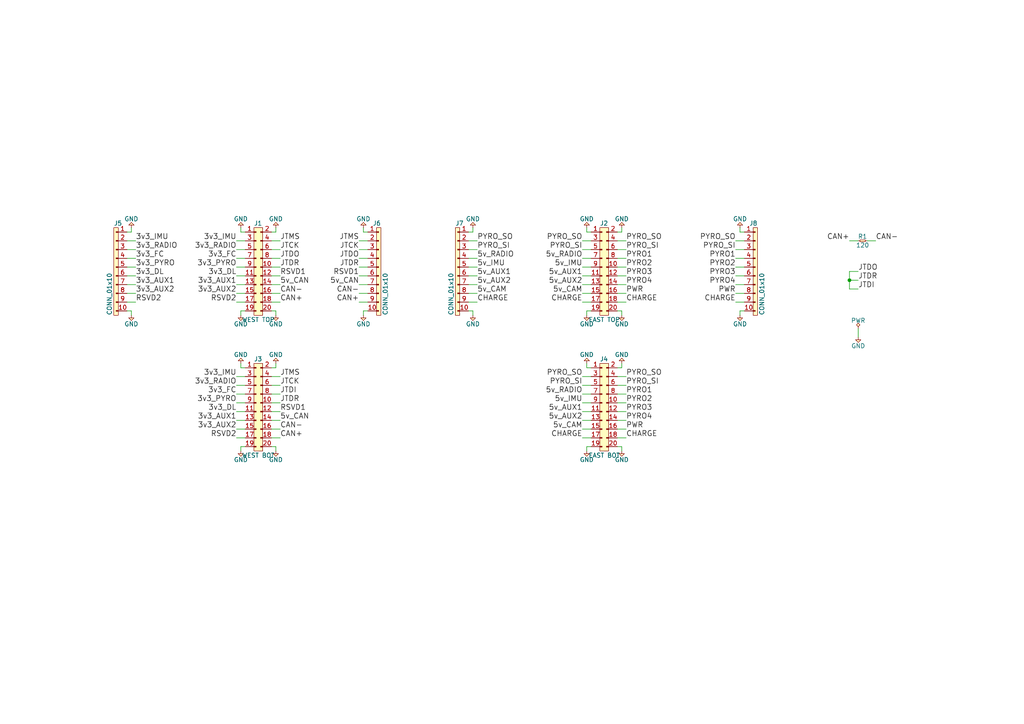
<source format=kicad_sch>
(kicad_sch (version 20230121) (generator eeschema)
  (paper "A4")
  (title_block (title "M3 Debug End Board") (date "2016-02-10") (rev "1") (company "CU Spaceflight") (comment 1 "Drawn By: Adam Greig"))
  (lib_symbols
    (symbol "m3debug_end-rescue:CONN_01x10" (pin_names (offset 0.0254) hide)
      (property "Reference" "J" (at -1.27 2.54 0))
      (property "Value" "CONN_01x10" (at -1.27 -25.4 0))
      (symbol "CONN_01x10_0_1"
        (rectangle (start 0 -22.733) (end -0.635 -22.987) (fill (type outline)))
        (rectangle (start 0 -20.193) (end -0.635 -20.447) (fill (type outline)))
        (rectangle (start 0 -17.653) (end -0.635 -17.907) (fill (type outline)))
        (rectangle (start 0 -15.113) (end -0.635 -15.367) (fill (type outline)))
        (rectangle (start 0 -12.573) (end -0.635 -12.827) (fill (type outline)))
        (rectangle (start 0 -10.033) (end -0.635 -10.287) (fill (type outline)))
        (rectangle (start 0 -7.493) (end -0.635 -7.747) (fill (type outline)))
        (rectangle (start 0 -4.953) (end -0.635 -5.207) (fill (type outline)))
        (rectangle (start 0 -2.413) (end -0.635 -2.667) (fill (type outline)))
        (rectangle (start 0 0.127) (end -0.635 -0.127) (fill (type outline)))
        (rectangle (start 0 1.27) (end -1.27 -24.13) (fill (type background)))
      )
      (symbol "CONN_01x10_1_1"
        (pin passive line (at 2.54 0 180) (length 2.54) (name "1") (number "1"))
        (pin passive line (at 2.54 -22.86 180) (length 2.54) (name "10") (number "10"))
        (pin passive line (at 2.54 -2.54 180) (length 2.54) (name "2") (number "2"))
        (pin passive line (at 2.54 -5.08 180) (length 2.54) (name "3") (number "3"))
        (pin passive line (at 2.54 -7.62 180) (length 2.54) (name "4") (number "4"))
        (pin passive line (at 2.54 -10.16 180) (length 2.54) (name "5") (number "5"))
        (pin passive line (at 2.54 -12.7 180) (length 2.54) (name "6") (number "6"))
        (pin passive line (at 2.54 -15.24 180) (length 2.54) (name "7") (number "7"))
        (pin passive line (at 2.54 -17.78 180) (length 2.54) (name "8") (number "8"))
        (pin passive line (at 2.54 -20.32 180) (length 2.54) (name "9") (number "9"))
      )
    )
    (symbol "m3debug_end-rescue:CONN_02x10" (pin_names (offset 0.0254) hide)
      (property "Reference" "J" (at -2.54 2.54 0))
      (property "Value" "CONN_02x10" (at -2.54 -25.4 0))
      (symbol "CONN_02x10_0_1"
        (rectangle (start -2.54 -22.733) (end -1.905 -22.987) (fill (type outline)))
        (rectangle (start -2.54 -20.193) (end -1.905 -20.447) (fill (type outline)))
        (rectangle (start -2.54 -17.653) (end -1.905 -17.907) (fill (type outline)))
        (rectangle (start -2.54 -15.113) (end -1.905 -15.367) (fill (type outline)))
        (rectangle (start -2.54 -12.573) (end -1.905 -12.827) (fill (type outline)))
        (rectangle (start -2.54 -10.033) (end -1.905 -10.287) (fill (type outline)))
        (rectangle (start -2.54 -7.493) (end -1.905 -7.747) (fill (type outline)))
        (rectangle (start -2.54 -4.953) (end -1.905 -5.207) (fill (type outline)))
        (rectangle (start -2.54 -2.413) (end -1.905 -2.667) (fill (type outline)))
        (rectangle (start -2.54 0.127) (end -1.905 -0.127) (fill (type outline)))
        (rectangle (start 0 -22.733) (end -0.635 -22.987) (fill (type outline)))
        (rectangle (start 0 -20.193) (end -0.635 -20.447) (fill (type outline)))
        (rectangle (start 0 -17.653) (end -0.635 -17.907) (fill (type outline)))
        (rectangle (start 0 -15.113) (end -0.635 -15.367) (fill (type outline)))
        (rectangle (start 0 -12.573) (end -0.635 -12.827) (fill (type outline)))
        (rectangle (start 0 -10.033) (end -0.635 -10.287) (fill (type outline)))
        (rectangle (start 0 -7.493) (end -0.635 -7.747) (fill (type outline)))
        (rectangle (start 0 -4.953) (end -0.635 -5.207) (fill (type outline)))
        (rectangle (start 0 -2.413) (end -0.635 -2.667) (fill (type outline)))
        (rectangle (start 0 0.127) (end -0.635 -0.127) (fill (type outline)))
        (rectangle (start 0 1.27) (end -2.54 -24.13) (fill (type background)))
      )
      (symbol "CONN_02x10_1_1"
        (pin passive line (at -5.08 0 0) (length 2.54) (name "1") (number "1"))
        (pin passive line (at 2.54 -10.16 180) (length 2.54) (name "10") (number "10"))
        (pin passive line (at -5.08 -12.7 0) (length 2.54) (name "11") (number "11"))
        (pin passive line (at 2.54 -12.7 180) (length 2.54) (name "12") (number "12"))
        (pin passive line (at -5.08 -15.24 0) (length 2.54) (name "13") (number "13"))
        (pin passive line (at 2.54 -15.24 180) (length 2.54) (name "14") (number "14"))
        (pin passive line (at -5.08 -17.78 0) (length 2.54) (name "15") (number "15"))
        (pin passive line (at 2.54 -17.78 180) (length 2.54) (name "16") (number "16"))
        (pin passive line (at -5.08 -20.32 0) (length 2.54) (name "17") (number "17"))
        (pin passive line (at 2.54 -20.32 180) (length 2.54) (name "18") (number "18"))
        (pin passive line (at -5.08 -22.86 0) (length 2.54) (name "19") (number "19"))
        (pin passive line (at 2.54 0 180) (length 2.54) (name "2") (number "2"))
        (pin passive line (at 2.54 -22.86 180) (length 2.54) (name "20") (number "20"))
        (pin passive line (at -5.08 -2.54 0) (length 2.54) (name "3") (number "3"))
        (pin passive line (at 2.54 -2.54 180) (length 2.54) (name "4") (number "4"))
        (pin passive line (at -5.08 -5.08 0) (length 2.54) (name "5") (number "5"))
        (pin passive line (at 2.54 -5.08 180) (length 2.54) (name "6") (number "6"))
        (pin passive line (at -5.08 -7.62 0) (length 2.54) (name "7") (number "7"))
        (pin passive line (at 2.54 -7.62 180) (length 2.54) (name "8") (number "8"))
        (pin passive line (at -5.08 -10.16 0) (length 2.54) (name "9") (number "9"))
      )
    )
    (symbol "m3debug_end-rescue:GND" (power) (pin_numbers hide) (pin_names (offset 1.016) hide)
      (property "Value" "GND" (at 0 -2.54 0))
      (symbol "GND_0_1"
        (polyline (pts (xy 0 0) (xy 0 -0.762)))
        (polyline (pts (xy -0.762 -0.762) (xy 0.762 -0.762) (xy 0 -1.524) (xy -0.762 -0.762)) (fill (type background)))
      )
      (symbol "GND_1_1"
        (pin power_in line (at 0 0 180) (length 0) hide (name "GND") (number "1"))
      )
    )
    (symbol "m3debug_end-rescue:PWR" (power) (pin_numbers hide) (pin_names (offset 1.016) hide)
      (property "Value" "PWR" (at 0 2.286 0))
      (symbol "PWR_0_1"
        (polyline (pts (xy 0 0.508) (xy -0.508 1.016) (xy 0 1.524) (xy 0.508 1.016) (xy 0 0.508)) (fill (type background)))
      )
      (symbol "PWR_1_1"
        (pin power_out line (at 0 0 90) (length 0.508) (name "pwr") (number "1"))
      )
    )
    (symbol "m3debug_end-rescue:R" (pin_numbers hide) (pin_names (offset 1.016) hide)
      (property "Reference" "R" (at 1.27 1.27 0))
      (property "Value" "R" (at 1.27 -1.27 0))
      (symbol "R_0_1"
        (rectangle (start 0.508 0.254) (end 2.032 -0.254) (fill (type background)))
      )
      (symbol "R_1_1"
        (pin passive line (at 0 0 0) (length 0.508) (name "~") (number "1"))
        (pin passive line (at 2.54 0 180) (length 0.508) (name "~") (number "2"))
      )
    )
  )
  (junction (at 246.38 81.28))
  (wire (pts (xy 254 69.85) (xy 251.46 69.85)))
  (wire (pts (xy 78.74 77.47) (xy 81.28 77.47)))
  (wire (pts (xy 171.45 114.3) (xy 168.91 114.3)))
  (wire (pts (xy 78.74 127) (xy 81.28 127)))
  (wire (pts (xy 171.45 129.54) (xy 170.18 129.54)))
  (wire (pts (xy 78.74 87.63) (xy 81.28 87.63)))
  (wire (pts (xy 71.12 119.38) (xy 68.58 119.38)))
  (wire (pts (xy 38.1 67.31) (xy 38.1 66.04)))
  (wire (pts (xy 179.07 129.54) (xy 180.34 129.54)))
  (wire (pts (xy 246.38 78.74) (xy 246.38 81.28)))
  (wire (pts (xy 135.89 87.63) (xy 138.43 87.63)))
  (wire (pts (xy 78.74 74.93) (xy 81.28 74.93)))
  (wire (pts (xy 248.92 81.28) (xy 246.38 81.28)))
  (wire (pts (xy 138.43 80.01) (xy 135.89 80.01)))
  (wire (pts (xy 36.83 90.17) (xy 38.1 90.17)))
  (wire (pts (xy 179.07 87.63) (xy 181.61 87.63)))
  (wire (pts (xy 71.12 80.01) (xy 68.58 80.01)))
  (wire (pts (xy 137.16 67.31) (xy 137.16 66.04)))
  (wire (pts (xy 71.12 127) (xy 68.58 127)))
  (wire (pts (xy 104.14 69.85) (xy 106.68 69.85)))
  (wire (pts (xy 179.07 106.68) (xy 180.34 106.68)))
  (wire (pts (xy 180.34 129.54) (xy 180.34 130.81)))
  (wire (pts (xy 171.45 67.31) (xy 170.18 67.31)))
  (wire (pts (xy 71.12 69.85) (xy 68.58 69.85)))
  (wire (pts (xy 170.18 129.54) (xy 170.18 130.81)))
  (wire (pts (xy 171.45 74.93) (xy 168.91 74.93)))
  (wire (pts (xy 179.07 67.31) (xy 180.34 67.31)))
  (wire (pts (xy 71.12 72.39) (xy 68.58 72.39)))
  (wire (pts (xy 104.14 82.55) (xy 106.68 82.55)))
  (wire (pts (xy 170.18 90.17) (xy 170.18 91.44)))
  (wire (pts (xy 36.83 80.01) (xy 39.37 80.01)))
  (wire (pts (xy 105.41 90.17) (xy 105.41 91.44)))
  (wire (pts (xy 135.89 77.47) (xy 138.43 77.47)))
  (wire (pts (xy 168.91 87.63) (xy 171.45 87.63)))
  (wire (pts (xy 78.74 80.01) (xy 81.28 80.01)))
  (wire (pts (xy 171.45 109.22) (xy 168.91 109.22)))
  (wire (pts (xy 36.83 85.09) (xy 39.37 85.09)))
  (wire (pts (xy 135.89 82.55) (xy 138.43 82.55)))
  (wire (pts (xy 171.45 124.46) (xy 168.91 124.46)))
  (wire (pts (xy 78.74 90.17) (xy 80.01 90.17)))
  (wire (pts (xy 105.41 67.31) (xy 106.68 67.31)))
  (wire (pts (xy 171.45 106.68) (xy 170.18 106.68)))
  (wire (pts (xy 78.74 69.85) (xy 81.28 69.85)))
  (wire (pts (xy 248.92 69.85) (xy 246.38 69.85)))
  (wire (pts (xy 135.89 90.17) (xy 137.16 90.17)))
  (wire (pts (xy 69.85 90.17) (xy 69.85 91.44)))
  (wire (pts (xy 138.43 85.09) (xy 135.89 85.09)))
  (wire (pts (xy 80.01 129.54) (xy 80.01 130.81)))
  (wire (pts (xy 181.61 116.84) (xy 179.07 116.84)))
  (wire (pts (xy 104.14 87.63) (xy 106.68 87.63)))
  (wire (pts (xy 214.63 67.31) (xy 215.9 67.31)))
  (wire (pts (xy 181.61 85.09) (xy 179.07 85.09)))
  (wire (pts (xy 71.12 82.55) (xy 68.58 82.55)))
  (wire (pts (xy 170.18 67.31) (xy 170.18 66.04)))
  (wire (pts (xy 78.74 119.38) (xy 81.28 119.38)))
  (wire (pts (xy 36.83 67.31) (xy 38.1 67.31)))
  (wire (pts (xy 105.41 66.04) (xy 105.41 67.31)))
  (wire (pts (xy 135.89 67.31) (xy 137.16 67.31)))
  (wire (pts (xy 71.12 121.92) (xy 68.58 121.92)))
  (wire (pts (xy 215.9 87.63) (xy 213.36 87.63)))
  (wire (pts (xy 135.89 72.39) (xy 138.43 72.39)))
  (wire (pts (xy 170.18 106.68) (xy 170.18 105.41)))
  (wire (pts (xy 213.36 85.09) (xy 215.9 85.09)))
  (wire (pts (xy 71.12 114.3) (xy 68.58 114.3)))
  (wire (pts (xy 213.36 74.93) (xy 215.9 74.93)))
  (wire (pts (xy 69.85 106.68) (xy 71.12 106.68)))
  (wire (pts (xy 171.45 80.01) (xy 168.91 80.01)))
  (wire (pts (xy 106.68 85.09) (xy 104.14 85.09)))
  (wire (pts (xy 179.07 119.38) (xy 181.61 119.38)))
  (wire (pts (xy 181.61 77.47) (xy 179.07 77.47)))
  (wire (pts (xy 214.63 66.04) (xy 214.63 67.31)))
  (wire (pts (xy 215.9 72.39) (xy 213.36 72.39)))
  (wire (pts (xy 179.07 80.01) (xy 181.61 80.01)))
  (wire (pts (xy 78.74 72.39) (xy 81.28 72.39)))
  (wire (pts (xy 78.74 114.3) (xy 81.28 114.3)))
  (wire (pts (xy 179.07 114.3) (xy 181.61 114.3)))
  (wire (pts (xy 78.74 124.46) (xy 81.28 124.46)))
  (wire (pts (xy 104.14 80.01) (xy 106.68 80.01)))
  (wire (pts (xy 68.58 85.09) (xy 71.12 85.09)))
  (wire (pts (xy 179.07 90.17) (xy 180.34 90.17)))
  (wire (pts (xy 213.36 69.85) (xy 215.9 69.85)))
  (wire (pts (xy 36.83 74.93) (xy 39.37 74.93)))
  (wire (pts (xy 179.07 82.55) (xy 181.61 82.55)))
  (wire (pts (xy 71.12 129.54) (xy 69.85 129.54)))
  (wire (pts (xy 214.63 90.17) (xy 214.63 91.44)))
  (wire (pts (xy 246.38 81.28) (xy 246.38 83.82)))
  (wire (pts (xy 137.16 90.17) (xy 137.16 91.44)))
  (wire (pts (xy 171.45 119.38) (xy 168.91 119.38)))
  (wire (pts (xy 213.36 80.01) (xy 215.9 80.01)))
  (wire (pts (xy 248.92 78.74) (xy 246.38 78.74)))
  (wire (pts (xy 168.91 121.92) (xy 171.45 121.92)))
  (wire (pts (xy 179.07 127) (xy 181.61 127)))
  (wire (pts (xy 138.43 74.93) (xy 135.89 74.93)))
  (wire (pts (xy 179.07 109.22) (xy 181.61 109.22)))
  (wire (pts (xy 39.37 87.63) (xy 36.83 87.63)))
  (wire (pts (xy 181.61 72.39) (xy 179.07 72.39)))
  (wire (pts (xy 71.12 90.17) (xy 69.85 90.17)))
  (wire (pts (xy 215.9 77.47) (xy 213.36 77.47)))
  (wire (pts (xy 69.85 129.54) (xy 69.85 130.81)))
  (wire (pts (xy 71.12 116.84) (xy 68.58 116.84)))
  (wire (pts (xy 38.1 90.17) (xy 38.1 91.44)))
  (wire (pts (xy 68.58 124.46) (xy 71.12 124.46)))
  (wire (pts (xy 78.74 85.09) (xy 81.28 85.09)))
  (wire (pts (xy 168.91 77.47) (xy 171.45 77.47)))
  (wire (pts (xy 168.91 116.84) (xy 171.45 116.84)))
  (wire (pts (xy 39.37 77.47) (xy 36.83 77.47)))
  (wire (pts (xy 215.9 90.17) (xy 214.63 90.17)))
  (wire (pts (xy 171.45 69.85) (xy 168.91 69.85)))
  (wire (pts (xy 71.12 74.93) (xy 68.58 74.93)))
  (wire (pts (xy 78.74 106.68) (xy 80.01 106.68)))
  (wire (pts (xy 215.9 82.55) (xy 213.36 82.55)))
  (wire (pts (xy 171.45 85.09) (xy 168.91 85.09)))
  (wire (pts (xy 78.74 111.76) (xy 81.28 111.76)))
  (wire (pts (xy 80.01 106.68) (xy 80.01 105.41)))
  (wire (pts (xy 171.45 90.17) (xy 170.18 90.17)))
  (wire (pts (xy 168.91 72.39) (xy 171.45 72.39)))
  (wire (pts (xy 80.01 67.31) (xy 80.01 66.04)))
  (wire (pts (xy 181.61 124.46) (xy 179.07 124.46)))
  (wire (pts (xy 36.83 69.85) (xy 39.37 69.85)))
  (wire (pts (xy 39.37 82.55) (xy 36.83 82.55)))
  (wire (pts (xy 181.61 111.76) (xy 179.07 111.76)))
  (wire (pts (xy 78.74 129.54) (xy 80.01 129.54)))
  (wire (pts (xy 78.74 116.84) (xy 81.28 116.84)))
  (wire (pts (xy 168.91 111.76) (xy 171.45 111.76)))
  (wire (pts (xy 39.37 72.39) (xy 36.83 72.39)))
  (wire (pts (xy 71.12 87.63) (xy 68.58 87.63)))
  (wire (pts (xy 246.38 83.82) (xy 248.92 83.82)))
  (wire (pts (xy 106.68 90.17) (xy 105.41 90.17)))
  (wire (pts (xy 78.74 121.92) (xy 81.28 121.92)))
  (wire (pts (xy 106.68 72.39) (xy 104.14 72.39)))
  (wire (pts (xy 106.68 77.47) (xy 104.14 77.47)))
  (wire (pts (xy 248.92 95.25) (xy 248.92 97.79)))
  (wire (pts (xy 69.85 105.41) (xy 69.85 106.68)))
  (wire (pts (xy 179.07 121.92) (xy 181.61 121.92)))
  (wire (pts (xy 104.14 74.93) (xy 106.68 74.93)))
  (wire (pts (xy 168.91 82.55) (xy 171.45 82.55)))
  (wire (pts (xy 168.91 127) (xy 171.45 127)))
  (wire (pts (xy 71.12 77.47) (xy 68.58 77.47)))
  (wire (pts (xy 71.12 111.76) (xy 68.58 111.76)))
  (wire (pts (xy 80.01 90.17) (xy 80.01 91.44)))
  (wire (pts (xy 69.85 67.31) (xy 71.12 67.31)))
  (wire (pts (xy 78.74 109.22) (xy 81.28 109.22)))
  (wire (pts (xy 179.07 74.93) (xy 181.61 74.93)))
  (wire (pts (xy 78.74 82.55) (xy 81.28 82.55)))
  (wire (pts (xy 180.34 67.31) (xy 180.34 66.04)))
  (wire (pts (xy 78.74 67.31) (xy 80.01 67.31)))
  (wire (pts (xy 180.34 90.17) (xy 180.34 91.44)))
  (wire (pts (xy 138.43 69.85) (xy 135.89 69.85)))
  (wire (pts (xy 180.34 106.68) (xy 180.34 105.41)))
  (wire (pts (xy 71.12 109.22) (xy 68.58 109.22)))
  (wire (pts (xy 179.07 69.85) (xy 181.61 69.85)))
  (wire (pts (xy 69.85 66.04) (xy 69.85 67.31)))
  (label "5v_CAM" (at 168.91 124.46 180) (effects (font (size 1.524 1.524))))
  (label "3v3_FC" (at 39.37 74.93 0) (effects (font (size 1.524 1.524))))
  (label "3v3_AUX1" (at 39.37 82.55 0) (effects (font (size 1.524 1.524))))
  (label "3v3_FC" (at 68.58 74.93 180) (effects (font (size 1.524 1.524))))
  (label "PYRO4" (at 181.61 121.92 0) (effects (font (size 1.524 1.524))))
  (label "PYRO_SO" (at 168.91 109.22 180) (effects (font (size 1.524 1.524))))
  (label "CHARGE" (at 168.91 87.63 180) (effects (font (size 1.524 1.524))))
  (label "RSVD2" (at 68.58 87.63 180) (effects (font (size 1.524 1.524))))
  (label "3v3_AUX1" (at 68.58 121.92 180) (effects (font (size 1.524 1.524))))
  (label "5v_AUX2" (at 168.91 121.92 180) (effects (font (size 1.524 1.524))))
  (label "CHARGE" (at 181.61 127 0) (effects (font (size 1.524 1.524))))
  (label "5v_RADIO" (at 168.91 74.93 180) (effects (font (size 1.524 1.524))))
  (label "JTCK" (at 81.28 111.76 0) (effects (font (size 1.524 1.524))))
  (label "PYRO1" (at 181.61 74.93 0) (effects (font (size 1.524 1.524))))
  (label "5v_AUX2" (at 168.91 82.55 180) (effects (font (size 1.524 1.524))))
  (label "PYRO3" (at 181.61 80.01 0) (effects (font (size 1.524 1.524))))
  (label "3v3_DL" (at 68.58 119.38 180) (effects (font (size 1.524 1.524))))
  (label "PYRO_SI" (at 168.91 72.39 180) (effects (font (size 1.524 1.524))))
  (label "CAN-" (at 254 69.85 0) (effects (font (size 1.524 1.524))))
  (label "JTDI" (at 81.28 114.3 0) (effects (font (size 1.524 1.524))))
  (label "PYRO1" (at 213.36 74.93 180) (effects (font (size 1.524 1.524))))
  (label "PYRO_SO" (at 168.91 69.85 180) (effects (font (size 1.524 1.524))))
  (label "PYRO_SO" (at 181.61 69.85 0) (effects (font (size 1.524 1.524))))
  (label "3v3_DL" (at 39.37 80.01 0) (effects (font (size 1.524 1.524))))
  (label "5v_IMU" (at 168.91 116.84 180) (effects (font (size 1.524 1.524))))
  (label "PYRO_SO" (at 213.36 69.85 180) (effects (font (size 1.524 1.524))))
  (label "3v3_DL" (at 68.58 80.01 180) (effects (font (size 1.524 1.524))))
  (label "JTDO" (at 104.14 74.93 180) (effects (font (size 1.524 1.524))))
  (label "PYRO2" (at 181.61 77.47 0) (effects (font (size 1.524 1.524))))
  (label "PYRO_SI" (at 181.61 72.39 0) (effects (font (size 1.524 1.524))))
  (label "3v3_RADIO" (at 68.58 72.39 180) (effects (font (size 1.524 1.524))))
  (label "3v3_IMU" (at 68.58 69.85 180) (effects (font (size 1.524 1.524))))
  (label "3v3_RADIO" (at 68.58 111.76 180) (effects (font (size 1.524 1.524))))
  (label "CAN+" (at 81.28 87.63 0) (effects (font (size 1.524 1.524))))
  (label "5v_AUX1" (at 168.91 119.38 180) (effects (font (size 1.524 1.524))))
  (label "JTDI" (at 248.92 83.82 0) (effects (font (size 1.524 1.524))))
  (label "CAN-" (at 81.28 124.46 0) (effects (font (size 1.524 1.524))))
  (label "PWR" (at 213.36 85.09 180) (effects (font (size 1.524 1.524))))
  (label "5v_AUX2" (at 138.43 82.55 0) (effects (font (size 1.524 1.524))))
  (label "5v_IMU" (at 138.43 77.47 0) (effects (font (size 1.524 1.524))))
  (label "CAN+" (at 104.14 87.63 180) (effects (font (size 1.524 1.524))))
  (label "5v_CAM" (at 138.43 85.09 0) (effects (font (size 1.524 1.524))))
  (label "3v3_AUX1" (at 68.58 82.55 180) (effects (font (size 1.524 1.524))))
  (label "3v3_AUX2" (at 68.58 85.09 180) (effects (font (size 1.524 1.524))))
  (label "PYRO1" (at 181.61 114.3 0) (effects (font (size 1.524 1.524))))
  (label "PYRO_SI" (at 168.91 111.76 180) (effects (font (size 1.524 1.524))))
  (label "PYRO4" (at 181.61 82.55 0) (effects (font (size 1.524 1.524))))
  (label "PYRO2" (at 181.61 116.84 0) (effects (font (size 1.524 1.524))))
  (label "RSVD1" (at 104.14 80.01 180) (effects (font (size 1.524 1.524))))
  (label "JTDO" (at 81.28 74.93 0) (effects (font (size 1.524 1.524))))
  (label "3v3_PYRO" (at 68.58 116.84 180) (effects (font (size 1.524 1.524))))
  (label "JTDR" (at 248.92 81.28 0) (effects (font (size 1.524 1.524))))
  (label "3v3_IMU" (at 39.37 69.85 0) (effects (font (size 1.524 1.524))))
  (label "3v3_FC" (at 68.58 114.3 180) (effects (font (size 1.524 1.524))))
  (label "3v3_IMU" (at 68.58 109.22 180) (effects (font (size 1.524 1.524))))
  (label "3v3_RADIO" (at 39.37 72.39 0) (effects (font (size 1.524 1.524))))
  (label "5v_IMU" (at 168.91 77.47 180) (effects (font (size 1.524 1.524))))
  (label "CHARGE" (at 138.43 87.63 0) (effects (font (size 1.524 1.524))))
  (label "CHARGE" (at 168.91 127 180) (effects (font (size 1.524 1.524))))
  (label "CAN+" (at 246.38 69.85 180) (effects (font (size 1.524 1.524))))
  (label "JTDO" (at 248.92 78.74 0) (effects (font (size 1.524 1.524))))
  (label "JTMS" (at 104.14 69.85 180) (effects (font (size 1.524 1.524))))
  (label "CAN-" (at 104.14 85.09 180) (effects (font (size 1.524 1.524))))
  (label "3v3_AUX2" (at 39.37 85.09 0) (effects (font (size 1.524 1.524))))
  (label "PYRO3" (at 213.36 80.01 180) (effects (font (size 1.524 1.524))))
  (label "5v_AUX1" (at 138.43 80.01 0) (effects (font (size 1.524 1.524))))
  (label "PYRO2" (at 213.36 77.47 180) (effects (font (size 1.524 1.524))))
  (label "5v_CAN" (at 81.28 82.55 0) (effects (font (size 1.524 1.524))))
  (label "5v_CAN" (at 81.28 121.92 0) (effects (font (size 1.524 1.524))))
  (label "CAN+" (at 81.28 127 0) (effects (font (size 1.524 1.524))))
  (label "5v_CAM" (at 168.91 85.09 180) (effects (font (size 1.524 1.524))))
  (label "PYRO_SO" (at 181.61 109.22 0) (effects (font (size 1.524 1.524))))
  (label "PYRO_SI" (at 181.61 111.76 0) (effects (font (size 1.524 1.524))))
  (label "5v_CAN" (at 104.14 82.55 180) (effects (font (size 1.524 1.524))))
  (label "PYRO_SI" (at 213.36 72.39 180) (effects (font (size 1.524 1.524))))
  (label "JTMS" (at 81.28 69.85 0) (effects (font (size 1.524 1.524))))
  (label "RSVD2" (at 68.58 127 180) (effects (font (size 1.524 1.524))))
  (label "3v3_PYRO" (at 68.58 77.47 180) (effects (font (size 1.524 1.524))))
  (label "JTCK" (at 104.14 72.39 180) (effects (font (size 1.524 1.524))))
  (label "5v_RADIO" (at 138.43 74.93 0) (effects (font (size 1.524 1.524))))
  (label "3v3_PYRO" (at 39.37 77.47 0) (effects (font (size 1.524 1.524))))
  (label "5v_AUX1" (at 168.91 80.01 180) (effects (font (size 1.524 1.524))))
  (label "PYRO_SI" (at 138.43 72.39 0) (effects (font (size 1.524 1.524))))
  (label "JTDR" (at 104.14 77.47 180) (effects (font (size 1.524 1.524))))
  (label "PYRO3" (at 181.61 119.38 0) (effects (font (size 1.524 1.524))))
  (label "RSVD2" (at 39.37 87.63 0) (effects (font (size 1.524 1.524))))
  (label "JTDR" (at 81.28 116.84 0) (effects (font (size 1.524 1.524))))
  (label "CHARGE" (at 213.36 87.63 180) (effects (font (size 1.524 1.524))))
  (label "JTMS" (at 81.28 109.22 0) (effects (font (size 1.524 1.524))))
  (label "PYRO4" (at 213.36 82.55 180) (effects (font (size 1.524 1.524))))
  (label "PWR" (at 181.61 85.09 0) (effects (font (size 1.524 1.524))))
  (label "JTDR" (at 81.28 77.47 0) (effects (font (size 1.524 1.524))))
  (label "PWR" (at 181.61 124.46 0) (effects (font (size 1.524 1.524))))
  (label "JTCK" (at 81.28 72.39 0) (effects (font (size 1.524 1.524))))
  (label "PYRO_SO" (at 138.43 69.85 0) (effects (font (size 1.524 1.524))))
  (label "RSVD1" (at 81.28 80.01 0) (effects (font (size 1.524 1.524))))
  (label "CAN-" (at 81.28 85.09 0) (effects (font (size 1.524 1.524))))
  (label "RSVD1" (at 81.28 119.38 0) (effects (font (size 1.524 1.524))))
  (label "5v_RADIO" (at 168.91 114.3 180) (effects (font (size 1.524 1.524))))
  (label "3v3_AUX2" (at 68.58 124.46 180) (effects (font (size 1.524 1.524))))
  (label "CHARGE" (at 181.61 87.63 0) (effects (font (size 1.524 1.524))))
  (symbol (lib_id "m3debug_end-rescue:CONN_02x10") (at 176.53 67.31 0) (unit 1)
    (property "Reference" "J2" (at 173.99 64.77 0) (effects (justify left)))
    (property "Value" "EAST TOP" (at 175.26 92.71 0))
    (property "Footprint" "agg:TFML-110-02-L-D" (effects hide))
    (property "Samtec" "TFML-110-02-L-D" (effects hide))
  )
  (symbol (lib_id "m3debug_end-rescue:GND") (at 80.01 91.44 0) (unit 1)
    (property "Reference" "#PWR01" (effects hide))
    (property "Value" "GND" (at 80.01 93.98 0))
  )
  (symbol (lib_id "m3debug_end-rescue:GND") (at 69.85 91.44 0) (unit 1)
    (property "Reference" "#PWR02" (effects hide))
    (property "Value" "GND" (at 69.85 93.98 0))
  )
  (symbol (lib_id "m3debug_end-rescue:GND") (at 69.85 66.04 180) (unit 1)
    (property "Reference" "#PWR03" (effects hide))
    (property "Value" "GND" (at 69.85 63.5 0))
  )
  (symbol (lib_id "m3debug_end-rescue:GND") (at 80.01 66.04 180) (unit 1)
    (property "Reference" "#PWR04" (effects hide))
    (property "Value" "GND" (at 80.01 63.5 0))
  )
  (symbol (lib_id "m3debug_end-rescue:GND") (at 170.18 91.44 0) (unit 1)
    (property "Reference" "#PWR05" (effects hide))
    (property "Value" "GND" (at 170.18 93.98 0))
  )
  (symbol (lib_id "m3debug_end-rescue:GND") (at 180.34 91.44 0) (unit 1)
    (property "Reference" "#PWR06" (effects hide))
    (property "Value" "GND" (at 180.34 93.98 0))
  )
  (symbol (lib_id "m3debug_end-rescue:GND") (at 170.18 66.04 180) (unit 1)
    (property "Reference" "#PWR07" (effects hide))
    (property "Value" "GND" (at 170.18 63.5 0))
  )
  (symbol (lib_id "m3debug_end-rescue:GND") (at 180.34 66.04 180) (unit 1)
    (property "Reference" "#PWR08" (effects hide))
    (property "Value" "GND" (at 180.34 63.5 0))
  )
  (symbol (lib_id "m3debug_end-rescue:CONN_02x10") (at 76.2 67.31 0) (unit 1)
    (property "Reference" "J1" (at 73.66 64.77 0) (effects (justify left)))
    (property "Value" "WEST TOP" (at 74.93 92.71 0))
    (property "Footprint" "agg:TFML-110-02-L-D" (effects hide))
    (property "Samtec" "TFML-110-02-L-D" (effects hide))
  )
  (symbol (lib_id "m3debug_end-rescue:GND") (at 80.01 130.81 0) (unit 1)
    (property "Reference" "#PWR09" (effects hide))
    (property "Value" "GND" (at 80.01 133.35 0))
  )
  (symbol (lib_id "m3debug_end-rescue:GND") (at 69.85 130.81 0) (unit 1)
    (property "Reference" "#PWR010" (effects hide))
    (property "Value" "GND" (at 69.85 133.35 0))
  )
  (symbol (lib_id "m3debug_end-rescue:GND") (at 69.85 105.41 180) (unit 1)
    (property "Reference" "#PWR011" (effects hide))
    (property "Value" "GND" (at 69.85 102.87 0))
  )
  (symbol (lib_id "m3debug_end-rescue:GND") (at 80.01 105.41 180) (unit 1)
    (property "Reference" "#PWR012" (effects hide))
    (property "Value" "GND" (at 80.01 102.87 0))
  )
  (symbol (lib_id "m3debug_end-rescue:CONN_02x10") (at 176.53 106.68 0) (unit 1)
    (property "Reference" "J4" (at 173.99 104.14 0) (effects (justify left)))
    (property "Value" "EAST BOT" (at 175.26 132.08 0))
    (property "Footprint" "agg:SFML-110-02-L-D-LC" (effects hide))
    (property "Samtec" "SFML-110-02-L-D-LC" (effects hide))
  )
  (symbol (lib_id "m3debug_end-rescue:GND") (at 170.18 130.81 0) (unit 1)
    (property "Reference" "#PWR013" (effects hide))
    (property "Value" "GND" (at 170.18 133.35 0))
  )
  (symbol (lib_id "m3debug_end-rescue:GND") (at 180.34 130.81 0) (unit 1)
    (property "Reference" "#PWR014" (effects hide))
    (property "Value" "GND" (at 180.34 133.35 0))
  )
  (symbol (lib_id "m3debug_end-rescue:GND") (at 170.18 105.41 180) (unit 1)
    (property "Reference" "#PWR015" (effects hide))
    (property "Value" "GND" (at 170.18 102.87 0))
  )
  (symbol (lib_id "m3debug_end-rescue:GND") (at 180.34 105.41 180) (unit 1)
    (property "Reference" "#PWR016" (effects hide))
    (property "Value" "GND" (at 180.34 102.87 0))
  )
  (symbol (lib_id "m3debug_end-rescue:CONN_02x10") (at 76.2 106.68 0) (unit 1)
    (property "Reference" "J3" (at 73.66 104.14 0) (effects (justify left)))
    (property "Value" "WEST BOT" (at 74.93 132.08 0))
    (property "Footprint" "agg:SFML-110-02-L-D-LC" (effects hide))
    (property "Samtec" "SFML-110-02-L-D-LC" (effects hide))
  )
  (symbol (lib_id "m3debug_end-rescue:R") (at 248.92 69.85 0) (unit 1)
    (property "Reference" "R1" (at 250.19 68.58 0))
    (property "Value" "120" (at 250.19 71.12 0))
    (property "Footprint" "agg:0402" (effects hide))
    (property "Farnell" "2072575" (effects hide))
  )
  (symbol (lib_id "m3debug_end-rescue:PWR") (at 248.92 95.25 0) (unit 1)
    (property "Reference" "#FLG017" (effects hide))
    (property "Value" "PWR" (at 248.92 92.964 0))
  )
  (symbol (lib_id "m3debug_end-rescue:GND") (at 248.92 97.79 0) (unit 1)
    (property "Reference" "#PWR018" (effects hide))
    (property "Value" "GND" (at 248.92 100.33 0))
  )
  (symbol (lib_id "m3debug_end-rescue:CONN_01x10") (at 34.29 67.31 0) (unit 1)
    (property "Reference" "J5" (at 33.02 64.77 0) (effects (justify left)))
    (property "Value" "CONN_01x10" (at 31.75 91.44 90) (effects (justify left)))
    (property "Footprint" "agg:SIL-254P-10" (effects hide))
    (property "Farnell" "1022259" (effects hide))
  )
  (symbol (lib_id "m3debug_end-rescue:GND") (at 38.1 66.04 180) (unit 1)
    (property "Reference" "#PWR019" (effects hide))
    (property "Value" "GND" (at 38.1 63.5 0))
  )
  (symbol (lib_id "m3debug_end-rescue:GND") (at 38.1 91.44 0) (unit 1)
    (property "Reference" "#PWR020" (effects hide))
    (property "Value" "GND" (at 38.1 93.98 0))
  )
  (symbol (lib_id "m3debug_end-rescue:CONN_01x10") (at 109.22 67.31 0) (mirror y) (unit 1)
    (property "Reference" "J6" (at 110.49 64.77 0) (effects (justify left)))
    (property "Value" "CONN_01x10" (at 111.76 91.44 90) (effects (justify left)))
    (property "Footprint" "agg:SIL-254P-10" (effects hide))
    (property "Farnell" "1022259" (effects hide))
  )
  (symbol (lib_id "m3debug_end-rescue:GND") (at 105.41 91.44 0) (unit 1)
    (property "Reference" "#PWR021" (effects hide))
    (property "Value" "GND" (at 105.41 93.98 0))
  )
  (symbol (lib_id "m3debug_end-rescue:GND") (at 105.41 66.04 180) (unit 1)
    (property "Reference" "#PWR022" (effects hide))
    (property "Value" "GND" (at 105.41 63.5 0))
  )
  (symbol (lib_id "m3debug_end-rescue:CONN_01x10") (at 133.35 67.31 0) (unit 1)
    (property "Reference" "J7" (at 132.08 64.77 0) (effects (justify left)))
    (property "Value" "CONN_01x10" (at 130.81 91.44 90) (effects (justify left)))
    (property "Footprint" "agg:SIL-254P-10" (effects hide))
    (property "Farnell" "1022259" (effects hide))
  )
  (symbol (lib_id "m3debug_end-rescue:CONN_01x10") (at 218.44 67.31 0) (mirror y) (unit 1)
    (property "Reference" "J8" (at 219.71 64.77 0) (effects (justify left)))
    (property "Value" "CONN_01x10" (at 220.98 91.44 90) (effects (justify left)))
    (property "Footprint" "agg:SIL-254P-10" (effects hide))
    (property "Farnell" "1022259" (effects hide))
  )
  (symbol (lib_id "m3debug_end-rescue:GND") (at 137.16 66.04 180) (unit 1)
    (property "Reference" "#PWR023" (effects hide))
    (property "Value" "GND" (at 137.16 63.5 0))
  )
  (symbol (lib_id "m3debug_end-rescue:GND") (at 137.16 91.44 0) (unit 1)
    (property "Reference" "#PWR024" (effects hide))
    (property "Value" "GND" (at 137.16 93.98 0))
  )
  (symbol (lib_id "m3debug_end-rescue:GND") (at 214.63 91.44 0) (unit 1)
    (property "Reference" "#PWR025" (effects hide))
    (property "Value" "GND" (at 214.63 93.98 0))
  )
  (symbol (lib_id "m3debug_end-rescue:GND") (at 214.63 66.04 180) (unit 1)
    (property "Reference" "#PWR026" (effects hide))
    (property "Value" "GND" (at 214.63 63.5 0))
  )
)
</source>
